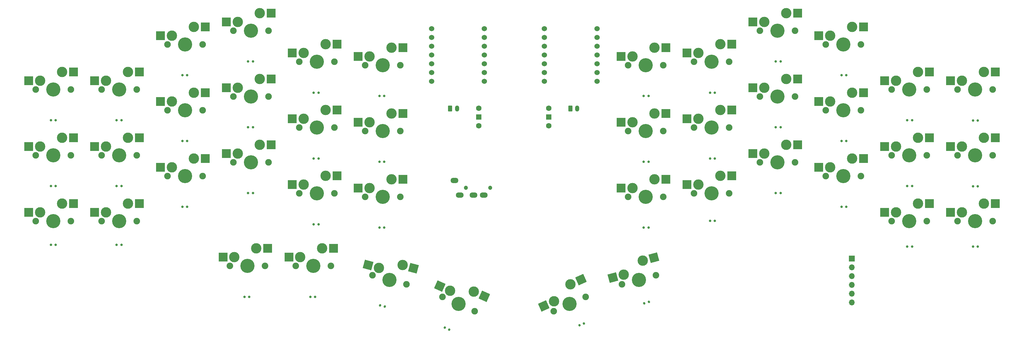
<source format=gbs>
%TF.GenerationSoftware,KiCad,Pcbnew,8.0.3*%
%TF.CreationDate,2024-12-16T00:17:53+09:00*%
%TF.ProjectId,manjaro_mx,6d616e6a-6172-46f5-9f6d-782e6b696361,rev?*%
%TF.SameCoordinates,Original*%
%TF.FileFunction,Soldermask,Bot*%
%TF.FilePolarity,Negative*%
%FSLAX46Y46*%
G04 Gerber Fmt 4.6, Leading zero omitted, Abs format (unit mm)*
G04 Created by KiCad (PCBNEW 8.0.3) date 2024-12-16 00:17:53*
%MOMM*%
%LPD*%
G01*
G04 APERTURE LIST*
G04 Aperture macros list*
%AMRoundRect*
0 Rectangle with rounded corners*
0 $1 Rounding radius*
0 $2 $3 $4 $5 $6 $7 $8 $9 X,Y pos of 4 corners*
0 Add a 4 corners polygon primitive as box body*
4,1,4,$2,$3,$4,$5,$6,$7,$8,$9,$2,$3,0*
0 Add four circle primitives for the rounded corners*
1,1,$1+$1,$2,$3*
1,1,$1+$1,$4,$5*
1,1,$1+$1,$6,$7*
1,1,$1+$1,$8,$9*
0 Add four rect primitives between the rounded corners*
20,1,$1+$1,$2,$3,$4,$5,0*
20,1,$1+$1,$4,$5,$6,$7,0*
20,1,$1+$1,$6,$7,$8,$9,0*
20,1,$1+$1,$8,$9,$2,$3,0*%
%AMRotRect*
0 Rectangle, with rotation*
0 The origin of the aperture is its center*
0 $1 length*
0 $2 width*
0 $3 Rotation angle, in degrees counterclockwise*
0 Add horizontal line*
21,1,$1,$2,0,0,$3*%
G04 Aperture macros list end*
%ADD10C,1.900000*%
%ADD11C,3.000000*%
%ADD12C,4.100000*%
%ADD13RotRect,2.550000X2.500000X15.000000*%
%ADD14O,2.300000X1.500000*%
%ADD15C,1.200000*%
%ADD16RoundRect,0.250000X-0.350000X-0.625000X0.350000X-0.625000X0.350000X0.625000X-0.350000X0.625000X0*%
%ADD17O,1.200000X1.750000*%
%ADD18R,1.700000X1.700000*%
%ADD19O,1.700000X1.700000*%
%ADD20C,1.524000*%
%ADD21RoundRect,0.150000X-0.150000X-0.200000X0.150000X-0.200000X0.150000X0.200000X-0.150000X0.200000X0*%
%ADD22R,1.500000X1.500000*%
%ADD23C,1.600000*%
%ADD24R,2.550000X2.500000*%
%ADD25RoundRect,0.150000X-0.056195X-0.243602X0.218124X-0.122156X0.056195X0.243602X-0.218124X0.122156X0*%
%ADD26RoundRect,0.150000X-0.196653X-0.154362X0.093125X-0.232008X0.196653X0.154362X-0.093125X0.232008X0*%
%ADD27RoundRect,0.150000X-0.218124X-0.122156X0.056195X-0.243602X0.218124X0.122156X-0.056195X0.243602X0*%
%ADD28RotRect,2.550000X2.500000X24.001000*%
%ADD29RoundRect,0.150000X-0.093125X-0.232008X0.196653X-0.154362X0.093125X0.232008X-0.196653X0.154362X0*%
%ADD30RotRect,2.550000X2.500000X345.000000*%
%ADD31RotRect,2.550000X2.500000X336.000000*%
G04 APERTURE END LIST*
D10*
%TO.C,rSW17*%
X224456903Y-128285199D03*
D11*
X220688651Y-124035696D03*
D12*
X219550000Y-129600000D03*
D11*
X215212422Y-128132649D03*
D10*
X214643097Y-130914801D03*
D13*
X212049015Y-128980281D03*
X223878138Y-123181076D03*
%TD*%
D14*
%TO.C,J1*%
X166250000Y-100800000D03*
X167750000Y-105100000D03*
X171750000Y-105100000D03*
X174750000Y-105100000D03*
D15*
X169550000Y-102950000D03*
X176550000Y-102950000D03*
%TD*%
D16*
%TO.C,BT1*%
X165000000Y-80000000D03*
D17*
X167000000Y-80000000D03*
%TD*%
D18*
%TO.C,rJ3*%
X281150000Y-123475000D03*
D19*
X281150000Y-126015000D03*
X281150000Y-128555000D03*
X281150000Y-131095000D03*
X281150000Y-133635000D03*
X281150000Y-136175000D03*
%TD*%
D20*
%TO.C,rU1*%
X192230000Y-56880000D03*
X192230000Y-59420000D03*
X192230000Y-61960000D03*
X192230000Y-64500000D03*
X192230000Y-67040000D03*
X192230000Y-69580000D03*
X192230000Y-72120000D03*
X207470000Y-72120000D03*
X207470000Y-69580000D03*
X207470000Y-67040000D03*
X207470000Y-64500000D03*
X207470000Y-61960000D03*
X207470000Y-59420000D03*
X207470000Y-56880000D03*
%TD*%
%TO.C,U1*%
X159630000Y-56880000D03*
X159630000Y-59420000D03*
X159630000Y-61960000D03*
X159630000Y-64500000D03*
X159630000Y-67040000D03*
X159630000Y-69580000D03*
X159630000Y-72120000D03*
X174870000Y-72120000D03*
X174870000Y-69580000D03*
X174870000Y-67040000D03*
X174870000Y-64500000D03*
X174870000Y-61960000D03*
X174870000Y-59420000D03*
X174870000Y-56880000D03*
%TD*%
D16*
%TO.C,rBT1*%
X199750000Y-80000000D03*
D17*
X201750000Y-80000000D03*
%TD*%
D21*
%TO.C,D7*%
X145950000Y-95450000D03*
X144550000Y-95450000D03*
%TD*%
D22*
%TO.C,PowerSW1*%
X173250000Y-82500000D03*
D23*
X173250000Y-79960000D03*
X173250000Y-85040000D03*
%TD*%
D10*
%TO.C,rSW13*%
X264680000Y-95600000D03*
D11*
X262140000Y-90520000D03*
D12*
X259600000Y-95600000D03*
D11*
X255790000Y-93060000D03*
D10*
X254520000Y-95600000D03*
D24*
X252515000Y-93060000D03*
X265442000Y-90520000D03*
%TD*%
D21*
%TO.C,D9*%
X107950000Y-85450000D03*
X106550000Y-85450000D03*
%TD*%
D10*
%TO.C,rSW2*%
X245630000Y-66500000D03*
D11*
X243090000Y-61420000D03*
D12*
X240550000Y-66500000D03*
D11*
X236740000Y-63960000D03*
D10*
X235470000Y-66500000D03*
D24*
X233465000Y-63960000D03*
X246392000Y-61420000D03*
%TD*%
D10*
%TO.C,rSW5*%
X302780000Y-74500000D03*
D11*
X300240000Y-69420000D03*
D12*
X297700000Y-74500000D03*
D11*
X293890000Y-71960000D03*
D10*
X292620000Y-74500000D03*
D24*
X290615000Y-71960000D03*
X303542000Y-69420000D03*
%TD*%
D21*
%TO.C,D16*%
X88950000Y-108450000D03*
X87550000Y-108450000D03*
%TD*%
D10*
%TO.C,rSW14*%
X283730000Y-99600000D03*
D11*
X281190000Y-94520000D03*
D12*
X278650000Y-99600000D03*
D11*
X274840000Y-97060000D03*
D10*
X273570000Y-99600000D03*
D24*
X271565000Y-97060000D03*
X284492000Y-94520000D03*
%TD*%
D21*
%TO.C,rD1*%
X222350000Y-76400000D03*
X220950000Y-76400000D03*
%TD*%
D10*
%TO.C,rSW15*%
X302780000Y-112600000D03*
D11*
X300240000Y-107520000D03*
D12*
X297700000Y-112600000D03*
D11*
X293890000Y-110060000D03*
D10*
X292620000Y-112600000D03*
D24*
X290615000Y-110060000D03*
X303542000Y-107520000D03*
%TD*%
D21*
%TO.C,rD3*%
X260550000Y-66400000D03*
X259150000Y-66400000D03*
%TD*%
%TO.C,rD15*%
X298550000Y-120000000D03*
X297150000Y-120000000D03*
%TD*%
%TO.C,rD13*%
X260550000Y-104500000D03*
X259150000Y-104500000D03*
%TD*%
D10*
%TO.C,rSW8*%
X264680000Y-76550000D03*
D11*
X262140000Y-71470000D03*
D12*
X259600000Y-76550000D03*
D11*
X255790000Y-74010000D03*
D10*
X254520000Y-76550000D03*
D24*
X252515000Y-74010000D03*
X265442000Y-71470000D03*
%TD*%
D21*
%TO.C,D15*%
X107950000Y-104500000D03*
X106550000Y-104500000D03*
%TD*%
D10*
%TO.C,SW15*%
X112480000Y-95600000D03*
D11*
X109940000Y-90520000D03*
D12*
X107400000Y-95600000D03*
D11*
X103590000Y-93060000D03*
D10*
X102320000Y-95600000D03*
D24*
X100315000Y-93060000D03*
X113242000Y-90520000D03*
%TD*%
D10*
%TO.C,SW10*%
X93430000Y-80550000D03*
D11*
X90890000Y-75470000D03*
D12*
X88350000Y-80550000D03*
D11*
X84540000Y-78010000D03*
D10*
X83270000Y-80550000D03*
D24*
X81265000Y-78010000D03*
X94192000Y-75470000D03*
%TD*%
D10*
%TO.C,SW21*%
X130530000Y-125600000D03*
D11*
X127990000Y-120520000D03*
D12*
X125450000Y-125600000D03*
D11*
X121640000Y-123060000D03*
D10*
X120370000Y-125600000D03*
D24*
X118365000Y-123060000D03*
X131292000Y-120520000D03*
%TD*%
D25*
%TO.C,rD16*%
X203640077Y-142216624D03*
X202359923Y-142783376D03*
%TD*%
D10*
%TO.C,SW16*%
X93430000Y-99600000D03*
D11*
X90890000Y-94520000D03*
D12*
X88350000Y-99600000D03*
D11*
X84540000Y-97060000D03*
D10*
X83270000Y-99600000D03*
D24*
X81265000Y-97060000D03*
X94192000Y-94520000D03*
%TD*%
D10*
%TO.C,rSW4*%
X283730000Y-61500000D03*
D11*
X281190000Y-56420000D03*
D12*
X278650000Y-61500000D03*
D11*
X274840000Y-58960000D03*
D10*
X273570000Y-61500000D03*
D24*
X271565000Y-58960000D03*
X284492000Y-56420000D03*
%TD*%
D21*
%TO.C,D18*%
X50950000Y-119500000D03*
X49550000Y-119500000D03*
%TD*%
D26*
%TO.C,D20*%
X146102296Y-137362346D03*
X144750000Y-137000000D03*
%TD*%
D10*
%TO.C,SW22*%
X111480000Y-125600000D03*
D11*
X108940000Y-120520000D03*
D12*
X106400000Y-125600000D03*
D11*
X102590000Y-123060000D03*
D10*
X101320000Y-125600000D03*
D24*
X99315000Y-123060000D03*
X112242000Y-120520000D03*
%TD*%
D21*
%TO.C,D1*%
X145950000Y-76400000D03*
X144550000Y-76400000D03*
%TD*%
D10*
%TO.C,rSW18*%
X321830000Y-112600000D03*
D11*
X319290000Y-107520000D03*
D12*
X316750000Y-112600000D03*
D11*
X312940000Y-110060000D03*
D10*
X311670000Y-112600000D03*
D24*
X309665000Y-110060000D03*
X322592000Y-107520000D03*
%TD*%
D21*
%TO.C,rD11*%
X222350000Y-114500000D03*
X220950000Y-114500000D03*
%TD*%
D10*
%TO.C,rSW1*%
X226580000Y-67500000D03*
D11*
X224040000Y-62420000D03*
D12*
X221500000Y-67500000D03*
D11*
X217690000Y-64960000D03*
D10*
X216420000Y-67500000D03*
D24*
X214415000Y-64960000D03*
X227342000Y-62420000D03*
%TD*%
D21*
%TO.C,rD7*%
X241550000Y-94450000D03*
X240150000Y-94450000D03*
%TD*%
D10*
%TO.C,rSW10*%
X302780000Y-93550000D03*
D11*
X300240000Y-88470000D03*
D12*
X297700000Y-93550000D03*
D11*
X293890000Y-91010000D03*
D10*
X292620000Y-93550000D03*
D24*
X290615000Y-91010000D03*
X303542000Y-88470000D03*
%TD*%
D21*
%TO.C,rD8*%
X260550000Y-85450000D03*
X259150000Y-85450000D03*
%TD*%
%TO.C,D21*%
X125950000Y-134500000D03*
X124550000Y-134500000D03*
%TD*%
D10*
%TO.C,SW3*%
X112480000Y-57500000D03*
D11*
X109940000Y-52420000D03*
D12*
X107400000Y-57500000D03*
D11*
X103590000Y-54960000D03*
D10*
X102320000Y-57500000D03*
D24*
X100315000Y-54960000D03*
X113242000Y-52420000D03*
%TD*%
D21*
%TO.C,D22*%
X106900000Y-134500000D03*
X105500000Y-134500000D03*
%TD*%
%TO.C,D14*%
X126950000Y-113500000D03*
X125550000Y-113500000D03*
%TD*%
D10*
%TO.C,SW9*%
X112480000Y-76550000D03*
D11*
X109940000Y-71470000D03*
D12*
X107400000Y-76550000D03*
D11*
X103590000Y-74010000D03*
D10*
X102320000Y-76550000D03*
D24*
X100315000Y-74010000D03*
X113242000Y-71470000D03*
%TD*%
D21*
%TO.C,D13*%
X145950000Y-114500000D03*
X144550000Y-114500000D03*
%TD*%
D10*
%TO.C,rSW19*%
X321830000Y-93550000D03*
D11*
X319290000Y-88470000D03*
D12*
X316750000Y-93550000D03*
D11*
X312940000Y-91010000D03*
D10*
X311670000Y-93550000D03*
D24*
X309665000Y-91010000D03*
X322592000Y-88470000D03*
%TD*%
D10*
%TO.C,SW6*%
X55330000Y-74500000D03*
D11*
X52790000Y-69420000D03*
D12*
X50250000Y-74500000D03*
D11*
X46440000Y-71960000D03*
D10*
X45170000Y-74500000D03*
D24*
X43165000Y-71960000D03*
X56092000Y-69420000D03*
%TD*%
D10*
%TO.C,rSW20*%
X321830000Y-74500000D03*
D11*
X319290000Y-69420000D03*
D12*
X316750000Y-74500000D03*
D11*
X312940000Y-71960000D03*
D10*
X311670000Y-74500000D03*
D24*
X309665000Y-71960000D03*
X322592000Y-69420000D03*
%TD*%
D27*
%TO.C,D19*%
X164750000Y-144000000D03*
X163469846Y-143433248D03*
%TD*%
D10*
%TO.C,SW5*%
X74380000Y-74500000D03*
D11*
X71840000Y-69420000D03*
D12*
X69300000Y-74500000D03*
D11*
X65490000Y-71960000D03*
D10*
X64220000Y-74500000D03*
D24*
X62215000Y-71960000D03*
X75142000Y-69420000D03*
%TD*%
D21*
%TO.C,rD4*%
X279550000Y-70350000D03*
X278150000Y-70350000D03*
%TD*%
D22*
%TO.C,rPowerSW1*%
X193500000Y-82500000D03*
D23*
X193500000Y-79960000D03*
X193500000Y-85040000D03*
%TD*%
D10*
%TO.C,SW18*%
X55330000Y-112600000D03*
D11*
X52790000Y-107520000D03*
D12*
X50250000Y-112600000D03*
D11*
X46440000Y-110060000D03*
D10*
X45170000Y-112600000D03*
D24*
X43165000Y-110060000D03*
X56092000Y-107520000D03*
%TD*%
D10*
%TO.C,rSW12*%
X245630000Y-104600000D03*
D11*
X243090000Y-99520000D03*
D12*
X240550000Y-104600000D03*
D11*
X236740000Y-102060000D03*
D10*
X235470000Y-104600000D03*
D24*
X233465000Y-102060000D03*
X246392000Y-99520000D03*
%TD*%
D10*
%TO.C,SW12*%
X55330000Y-93550000D03*
D11*
X52790000Y-88470000D03*
D12*
X50250000Y-93550000D03*
D11*
X46440000Y-91010000D03*
D10*
X45170000Y-93550000D03*
D24*
X43165000Y-91010000D03*
X56092000Y-88470000D03*
%TD*%
D21*
%TO.C,D3*%
X107950000Y-66400000D03*
X106550000Y-66400000D03*
%TD*%
%TO.C,rD9*%
X279550000Y-89400000D03*
X278150000Y-89400000D03*
%TD*%
D10*
%TO.C,rSW6*%
X226580000Y-86550000D03*
D11*
X224040000Y-81470000D03*
D12*
X221500000Y-86550000D03*
D11*
X217690000Y-84010000D03*
D10*
X216420000Y-86550000D03*
D24*
X214415000Y-84010000D03*
X227342000Y-81470000D03*
%TD*%
D10*
%TO.C,SW8*%
X131530000Y-85550000D03*
D11*
X128990000Y-80470000D03*
D12*
X126450000Y-85550000D03*
D11*
X122640000Y-83010000D03*
D10*
X121370000Y-85550000D03*
D24*
X119365000Y-83010000D03*
X132292000Y-80470000D03*
%TD*%
D10*
%TO.C,rSW16*%
X204190775Y-134533697D03*
D11*
X199804084Y-130926074D03*
D12*
X199550000Y-136600000D03*
D11*
X195036267Y-135829340D03*
D10*
X194909225Y-138666303D03*
D28*
X192044429Y-137161455D03*
X202820588Y-129582977D03*
%TD*%
D10*
%TO.C,SW7*%
X150580000Y-86550000D03*
D11*
X148040000Y-81470000D03*
D12*
X145500000Y-86550000D03*
D11*
X141690000Y-84010000D03*
D10*
X140420000Y-86550000D03*
D24*
X138415000Y-84010000D03*
X151342000Y-81470000D03*
%TD*%
D21*
%TO.C,D10*%
X88950000Y-89400000D03*
X87550000Y-89400000D03*
%TD*%
D10*
%TO.C,SW11*%
X74380000Y-93550000D03*
D11*
X71840000Y-88470000D03*
D12*
X69300000Y-93550000D03*
D11*
X65490000Y-91010000D03*
D10*
X64220000Y-93550000D03*
D24*
X62215000Y-91010000D03*
X75142000Y-88470000D03*
%TD*%
D21*
%TO.C,rD14*%
X279550000Y-108450000D03*
X278150000Y-108450000D03*
%TD*%
%TO.C,rD5*%
X298550000Y-83400000D03*
X297150000Y-83400000D03*
%TD*%
%TO.C,rD20*%
X317550000Y-83500000D03*
X316150000Y-83500000D03*
%TD*%
%TO.C,rD6*%
X222350000Y-95450000D03*
X220950000Y-95450000D03*
%TD*%
D10*
%TO.C,SW14*%
X131530000Y-104600000D03*
D11*
X128990000Y-99520000D03*
D12*
X126450000Y-104600000D03*
D11*
X122640000Y-102060000D03*
D10*
X121370000Y-104600000D03*
D24*
X119365000Y-102060000D03*
X132292000Y-99520000D03*
%TD*%
D21*
%TO.C,D2*%
X126950000Y-75400000D03*
X125550000Y-75400000D03*
%TD*%
D10*
%TO.C,SW13*%
X150580000Y-105600000D03*
D11*
X148040000Y-100520000D03*
D12*
X145500000Y-105600000D03*
D11*
X141690000Y-103060000D03*
D10*
X140420000Y-105600000D03*
D24*
X138415000Y-103060000D03*
X151342000Y-100520000D03*
%TD*%
D21*
%TO.C,D17*%
X69950000Y-119500000D03*
X68550000Y-119500000D03*
%TD*%
%TO.C,D11*%
X69950000Y-102450000D03*
X68550000Y-102450000D03*
%TD*%
%TO.C,rD10*%
X298550000Y-102450000D03*
X297150000Y-102450000D03*
%TD*%
%TO.C,D4*%
X88950000Y-70350000D03*
X87550000Y-70350000D03*
%TD*%
D10*
%TO.C,rSW7*%
X245630000Y-85550000D03*
D11*
X243090000Y-80470000D03*
D12*
X240550000Y-85550000D03*
D11*
X236740000Y-83010000D03*
D10*
X235470000Y-85550000D03*
D24*
X233465000Y-83010000D03*
X246392000Y-80470000D03*
%TD*%
D29*
%TO.C,rD17*%
X222500000Y-136000000D03*
X221147704Y-136362346D03*
%TD*%
D10*
%TO.C,SW17*%
X74380000Y-112600000D03*
D11*
X71840000Y-107520000D03*
D12*
X69300000Y-112600000D03*
D11*
X65490000Y-110060000D03*
D10*
X64220000Y-112600000D03*
D24*
X62215000Y-110060000D03*
X75142000Y-107520000D03*
%TD*%
D10*
%TO.C,SW4*%
X93430000Y-61500000D03*
D11*
X90890000Y-56420000D03*
D12*
X88350000Y-61500000D03*
D11*
X84540000Y-58960000D03*
D10*
X83270000Y-61500000D03*
D24*
X81265000Y-58960000D03*
X94192000Y-56420000D03*
%TD*%
D21*
%TO.C,D5*%
X69950000Y-83400000D03*
X68550000Y-83400000D03*
%TD*%
%TO.C,rD19*%
X317550000Y-102550000D03*
X316150000Y-102550000D03*
%TD*%
%TO.C,D6*%
X50950000Y-83400000D03*
X49550000Y-83400000D03*
%TD*%
D10*
%TO.C,SW2*%
X131530000Y-66500000D03*
D11*
X128990000Y-61420000D03*
D12*
X126450000Y-66500000D03*
D11*
X122640000Y-63960000D03*
D10*
X121370000Y-66500000D03*
D24*
X119365000Y-63960000D03*
X132292000Y-61420000D03*
%TD*%
D10*
%TO.C,rSW3*%
X264680000Y-57500000D03*
D11*
X262140000Y-52420000D03*
D12*
X259600000Y-57500000D03*
D11*
X255790000Y-54960000D03*
D10*
X254520000Y-57500000D03*
D24*
X252515000Y-54960000D03*
X265442000Y-52420000D03*
%TD*%
D10*
%TO.C,SW20*%
X152356903Y-130914801D03*
D11*
X151218252Y-125350497D03*
D12*
X147450000Y-129600000D03*
D11*
X144427223Y-126160448D03*
D10*
X142543097Y-128285199D03*
D30*
X141263816Y-125312815D03*
X154407739Y-126205118D03*
%TD*%
D21*
%TO.C,rD2*%
X241550000Y-75400000D03*
X240150000Y-75400000D03*
%TD*%
D10*
%TO.C,rSW9*%
X283730000Y-80550000D03*
D11*
X281190000Y-75470000D03*
D12*
X278650000Y-80550000D03*
D11*
X274840000Y-78010000D03*
D10*
X273570000Y-80550000D03*
D24*
X271565000Y-78010000D03*
X284492000Y-75470000D03*
%TD*%
D21*
%TO.C,rD18*%
X317550000Y-120000000D03*
X316150000Y-120000000D03*
%TD*%
%TO.C,D8*%
X126950000Y-94450000D03*
X125550000Y-94450000D03*
%TD*%
%TO.C,D12*%
X50950000Y-102450000D03*
X49550000Y-102450000D03*
%TD*%
%TO.C,rD12*%
X241550000Y-112500000D03*
X240150000Y-112500000D03*
%TD*%
D10*
%TO.C,SW19*%
X172090811Y-138666222D03*
D11*
X171836628Y-132992300D03*
D12*
X167450000Y-136600000D03*
D11*
X165002503Y-132729928D03*
D10*
X162809189Y-134533778D03*
D31*
X162010642Y-131397865D03*
X174853155Y-134335345D03*
%TD*%
D10*
%TO.C,SW1*%
X150580000Y-67500000D03*
D11*
X148040000Y-62420000D03*
D12*
X145500000Y-67500000D03*
D11*
X141690000Y-64960000D03*
D10*
X140420000Y-67500000D03*
D24*
X138415000Y-64960000D03*
X151342000Y-62420000D03*
%TD*%
D10*
%TO.C,rSW11*%
X226580000Y-105600000D03*
D11*
X224040000Y-100520000D03*
D12*
X221500000Y-105600000D03*
D11*
X217690000Y-103060000D03*
D10*
X216420000Y-105600000D03*
D24*
X214415000Y-103060000D03*
X227342000Y-100520000D03*
%TD*%
M02*

</source>
